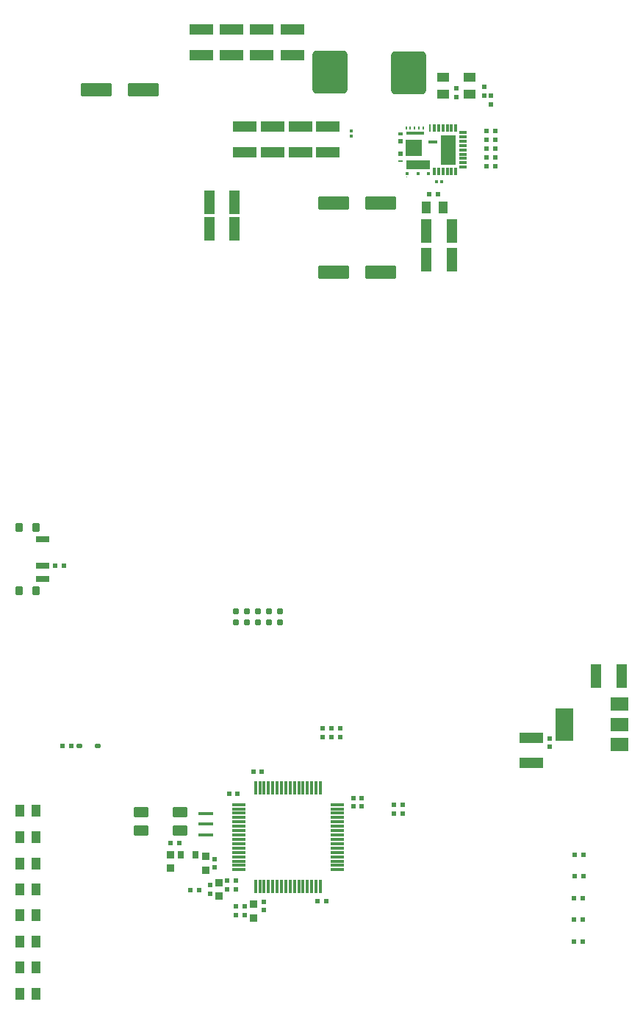
<source format=gtp>
%FSLAX23Y23*%
%MOIN*%
%SFA1B1*%

%IPPOS*%
%AMD35*
4,1,8,0.015700,-0.016500,0.015700,0.016500,0.012600,0.019700,-0.012600,0.019700,-0.015700,0.016500,-0.015700,-0.016500,-0.012600,-0.019700,0.012600,-0.019700,0.015700,-0.016500,0.0*
1,1,0.006300,0.012600,-0.016500*
1,1,0.006300,0.012600,0.016500*
1,1,0.006300,-0.012600,0.016500*
1,1,0.006300,-0.012600,-0.016500*
%
%AMD36*
4,1,8,0.029500,-0.011000,0.029500,0.011000,0.026800,0.013800,-0.026800,0.013800,-0.029500,0.011000,-0.029500,-0.011000,-0.026800,-0.013800,0.026800,-0.013800,0.029500,-0.011000,0.0*
1,1,0.005520,0.026800,-0.011000*
1,1,0.005520,0.026800,0.011000*
1,1,0.005520,-0.026800,0.011000*
1,1,0.005520,-0.026800,-0.011000*
%
%AMD38*
4,1,8,-0.009600,-0.008900,0.009600,-0.008900,0.011800,-0.006600,0.011800,0.006600,0.009600,0.008900,-0.009600,0.008900,-0.011800,0.006600,-0.011800,-0.006600,-0.009600,-0.008900,0.0*
1,1,0.004440,-0.009600,-0.006600*
1,1,0.004440,0.009600,-0.006600*
1,1,0.004440,0.009600,0.006600*
1,1,0.004440,-0.009600,0.006600*
%
%AMD43*
4,1,8,0.031200,0.021700,-0.031200,0.021700,-0.034400,0.018400,-0.034400,-0.018400,-0.031200,-0.021700,0.031200,-0.021700,0.034400,-0.018400,0.034400,0.018400,0.031200,0.021700,0.0*
1,1,0.006500,0.031200,0.018400*
1,1,0.006500,-0.031200,0.018400*
1,1,0.006500,-0.031200,-0.018400*
1,1,0.006500,0.031200,-0.018400*
%
%AMD45*
4,1,8,0.029000,0.005900,-0.029000,0.005900,-0.030500,0.004400,-0.030500,-0.004400,-0.029000,-0.005900,0.029000,-0.005900,0.030500,-0.004400,0.030500,0.004400,0.029000,0.005900,0.0*
1,1,0.002960,0.029000,0.004400*
1,1,0.002960,-0.029000,0.004400*
1,1,0.002960,-0.029000,-0.004400*
1,1,0.002960,0.029000,-0.004400*
%
%AMD46*
4,1,8,0.004400,0.030500,-0.004400,0.030500,-0.005900,0.029000,-0.005900,-0.029000,-0.004400,-0.030500,0.004400,-0.030500,0.005900,-0.029000,0.005900,0.029000,0.004400,0.030500,0.0*
1,1,0.002960,0.004400,0.029000*
1,1,0.002960,-0.004400,0.029000*
1,1,0.002960,-0.004400,-0.029000*
1,1,0.002960,0.004400,-0.029000*
%
%AMD50*
4,1,8,-0.063000,-0.097500,0.063000,-0.097500,0.078700,-0.081700,0.078700,0.081700,0.063000,0.097500,-0.063000,0.097500,-0.078700,0.081700,-0.078700,-0.081700,-0.063000,-0.097500,0.0*
1,1,0.031500,-0.063000,-0.081700*
1,1,0.031500,0.063000,-0.081700*
1,1,0.031500,0.063000,0.081700*
1,1,0.031500,-0.063000,0.081700*
%
%AMD52*
4,1,8,-0.063900,-0.031500,0.063900,-0.031500,0.068900,-0.026500,0.068900,0.026500,0.063900,0.031500,-0.063900,0.031500,-0.068900,0.026500,-0.068900,-0.026500,-0.063900,-0.031500,0.0*
1,1,0.010080,-0.063900,-0.026500*
1,1,0.010080,0.063900,-0.026500*
1,1,0.010080,0.063900,0.026500*
1,1,0.010080,-0.063900,0.026500*
%
%ADD17R,0.073820X0.077760*%
%ADD18R,0.082680X0.016730*%
%ADD19R,0.065940X0.133860*%
%ADD20R,0.111220X0.040350*%
%ADD21R,0.020670X0.019680*%
%ADD22R,0.015750X0.017720*%
%ADD23R,0.009840X0.015750*%
%ADD24R,0.038390X0.017720*%
%ADD25R,0.009840X0.035430*%
%ADD26R,0.020670X0.013780*%
%ADD27R,0.020670X0.009840*%
%ADD28R,0.000040X0.000040*%
%ADD29R,0.011810X0.036220*%
%ADD30R,0.036220X0.011810*%
%ADD31R,0.038390X0.055120*%
%ADD32R,0.045000X0.105000*%
%ADD33R,0.020470X0.019680*%
%ADD34R,0.105000X0.045000*%
G04~CAMADD=35~8~0.0~0.0~393.7~315.0~31.5~0.0~15~0.0~0.0~0.0~0.0~0~0.0~0.0~0.0~0.0~0~0.0~0.0~0.0~270.0~315.0~393.0*
%ADD35D35*%
G04~CAMADD=36~8~0.0~0.0~275.6~590.6~27.6~0.0~15~0.0~0.0~0.0~0.0~0~0.0~0.0~0.0~0.0~0~0.0~0.0~0.0~270.0~591.0~276.0*
%ADD36D36*%
%ADD37R,0.020000X0.022000*%
G04~CAMADD=38~8~0.0~0.0~236.2~177.2~22.2~0.0~15~0.0~0.0~0.0~0.0~0~0.0~0.0~0.0~0.0~0~0.0~0.0~0.0~180.0~236.0~177.0*
%ADD38D38*%
%ADD39R,0.032280X0.035000*%
%ADD40R,0.031500X0.037400*%
%ADD41R,0.019680X0.020470*%
%ADD42R,0.068900X0.015750*%
G04~CAMADD=43~8~0.0~0.0~689.0~433.1~32.5~0.0~15~0.0~0.0~0.0~0.0~0~0.0~0.0~0.0~0.0~0~0.0~0.0~0.0~0.0~689.0~433.1*
%ADD43D43*%
%ADD44R,0.022000X0.020000*%
G04~CAMADD=45~8~0.0~0.0~610.2~118.1~14.8~0.0~15~0.0~0.0~0.0~0.0~0~0.0~0.0~0.0~0.0~0~0.0~0.0~0.0~0.0~610.2~118.1*
%ADD45D45*%
G04~CAMADD=46~8~0.0~0.0~118.1~610.2~14.8~0.0~15~0.0~0.0~0.0~0.0~0~0.0~0.0~0.0~0.0~0~0.0~0.0~0.0~0.0~118.1~610.2*
%ADD46D46*%
%ADD47C,0.031000*%
%ADD48R,0.078740X0.059060*%
%ADD49R,0.078740X0.149610*%
G04~CAMADD=50~8~0.0~0.0~1574.8~1950.0~157.5~0.0~15~0.0~0.0~0.0~0.0~0~0.0~0.0~0.0~0.0~0~0.0~0.0~0.0~180.0~1574.0~1949.0*
%ADD50D50*%
%ADD51R,0.021650X0.019680*%
G04~CAMADD=52~8~0.0~0.0~1378.0~629.9~50.4~0.0~15~0.0~0.0~0.0~0.0~0~0.0~0.0~0.0~0.0~0~0.0~0.0~0.0~180.0~1378.0~630.0*
%ADD52D52*%
%ADD53R,0.013780X0.017720*%
%ADD54R,0.017720X0.013780*%
%ADD55R,0.019680X0.021650*%
%ADD56R,0.040000X0.056000*%
%ADD57R,0.056000X0.040000*%
%LNbenchypowersupplypcb-1*%
%LPD*%
G54D17*
X2067Y4502D03*
G54D18*
X2071Y4566D03*
G54D19*
X2223Y4492D03*
G54D20*
X2085Y4425D03*
G54D21*
X2005Y4473D03*
Y4531D03*
G54D22*
X2035Y4384D03*
X2085D03*
X2133D03*
G54D23*
X2031Y4592D03*
X2050D03*
X2070D03*
X2090D03*
X2110D03*
G54D24*
X2154Y4529D03*
G54D25*
X2139Y4590D03*
G54D26*
X2005Y4563D03*
G54D27*
X2005Y4442D03*
G54D28*
X2035Y4368D03*
G54D29*
X2159Y4394D03*
X2178D03*
X2198D03*
X2218D03*
X2237D03*
X2257D03*
Y4591D03*
X2237D03*
X2218D03*
X2198D03*
X2178D03*
X2159D03*
G54D30*
X2288Y4413D03*
Y4433D03*
Y4453D03*
Y4472D03*
Y4492D03*
Y4512D03*
Y4531D03*
Y4551D03*
Y4571D03*
G54D31*
X351Y1496D03*
X278D03*
X351Y1377D03*
X278D03*
X351Y1259D03*
X278D03*
X351Y1141D03*
X278D03*
X351Y1023D03*
X278D03*
X351Y905D03*
X278D03*
X351Y787D03*
X278D03*
X351Y669D03*
X278D03*
G54D32*
X1138Y4255D03*
X1254D03*
X3010Y2106D03*
X2894D03*
X1254Y4133D03*
X1138D03*
X2238Y4123D03*
X2122D03*
X2238Y3995D03*
X2122D03*
G54D33*
X2681Y1825D03*
Y1788D03*
X1161Y1278D03*
Y1240D03*
X1791Y1554D03*
Y1516D03*
X1830Y1554D03*
Y1516D03*
X1387Y1085D03*
Y1048D03*
G54D34*
X2598Y1829D03*
Y1713D03*
X1377Y5038D03*
Y4922D03*
X1515Y5038D03*
Y4922D03*
X1240Y5038D03*
Y4922D03*
X1299Y4481D03*
Y4597D03*
X1425Y4481D03*
Y4597D03*
X1551Y4481D03*
Y4597D03*
X1677Y4481D03*
Y4597D03*
X1102Y5038D03*
Y4922D03*
G54D35*
X276Y2781D03*
X352Y2494D03*
X276D03*
X352Y2781D03*
G54D36*
X383Y2549D03*
Y2608D03*
Y2726D03*
G54D37*
X512Y1791D03*
X472D03*
X2794Y905D03*
X2834D03*
X2794Y1003D03*
X2834D03*
X2794Y1102D03*
X2834D03*
X2795Y1200D03*
X2835D03*
X2795Y1299D03*
X2835D03*
X440Y2608D03*
X480D03*
X964Y1350D03*
X1004D03*
X1054Y1137D03*
X1094D03*
X2016Y1523D03*
X1976D03*
X2016Y1484D03*
X1976D03*
X2396Y4418D03*
X2436D03*
X2396Y4458D03*
X2436D03*
X2396Y4536D03*
X2436D03*
X2396Y4497D03*
X2436D03*
Y4576D03*
X2396D03*
G54D38*
X549Y1791D03*
X631D03*
G54D39*
X1122Y1290D03*
Y1229D03*
X964Y1298D03*
Y1237D03*
X1338Y1073D03*
Y1012D03*
X1181Y1172D03*
Y1111D03*
G54D40*
X1075Y1299D03*
X1010D03*
G54D41*
X1339Y1673D03*
X1377D03*
X1266Y1574D03*
X1229D03*
X1668Y1086D03*
X1630D03*
G54D42*
X1122Y1484D03*
Y1437D03*
Y1389D03*
G54D43*
X828Y1491D03*
X1005D03*
X828Y1406D03*
X1005D03*
G54D44*
X1299Y1063D03*
Y1023D03*
X1259D03*
Y1063D03*
X1141Y1161D03*
Y1121D03*
X1732Y1870D03*
Y1830D03*
X1220Y1141D03*
Y1181D03*
X1259D03*
Y1141D03*
X1692Y1870D03*
Y1830D03*
X2385Y4739D03*
Y4779D03*
X1653Y1830D03*
Y1870D03*
X2416Y4699D03*
Y4739D03*
G54D45*
X1272Y1525D03*
Y1505D03*
Y1486D03*
Y1466D03*
Y1446D03*
Y1427D03*
Y1407D03*
Y1387D03*
Y1368D03*
Y1348D03*
Y1328D03*
Y1309D03*
Y1289D03*
Y1269D03*
Y1250D03*
Y1230D03*
X1719D03*
Y1250D03*
Y1269D03*
Y1289D03*
Y1309D03*
Y1328D03*
Y1348D03*
Y1368D03*
Y1387D03*
Y1407D03*
Y1427D03*
Y1446D03*
Y1466D03*
Y1486D03*
Y1505D03*
Y1525D03*
G54D46*
X1348Y1154D03*
X1368D03*
X1387D03*
X1407D03*
X1427D03*
X1446D03*
X1466D03*
X1486D03*
X1505D03*
X1525D03*
X1545D03*
X1564D03*
X1584D03*
X1604D03*
X1624D03*
X1643D03*
Y1601D03*
X1624D03*
X1604D03*
X1584D03*
X1564D03*
X1545D03*
X1525D03*
X1505D03*
X1486D03*
X1466D03*
X1446D03*
X1427D03*
X1407D03*
X1387D03*
X1368D03*
X1348D03*
G54D47*
X1458Y2401D03*
X1408D03*
X1358D03*
X1308D03*
X1258D03*
Y2351D03*
X1308D03*
X1358D03*
X1408D03*
X1458D03*
G54D48*
X2998Y1799D03*
Y1889D03*
Y1980D03*
G54D49*
X2750Y1889D03*
G54D50*
X1686Y4844D03*
X2042Y4842D03*
G54D51*
X2259Y4770D03*
Y4732D03*
G54D52*
X627Y4763D03*
X840D03*
X1704Y3937D03*
X1917D03*
X1704Y4251D03*
X1917D03*
G54D53*
X1783Y4554D03*
Y4579D03*
G54D54*
X2193Y4349D03*
X2168D03*
G54D55*
X2175Y4290D03*
X2137D03*
G54D56*
X2123Y4231D03*
X2198D03*
G54D57*
X2200Y4745D03*
Y4820D03*
X2318Y4745D03*
Y4820D03*
M02*
</source>
